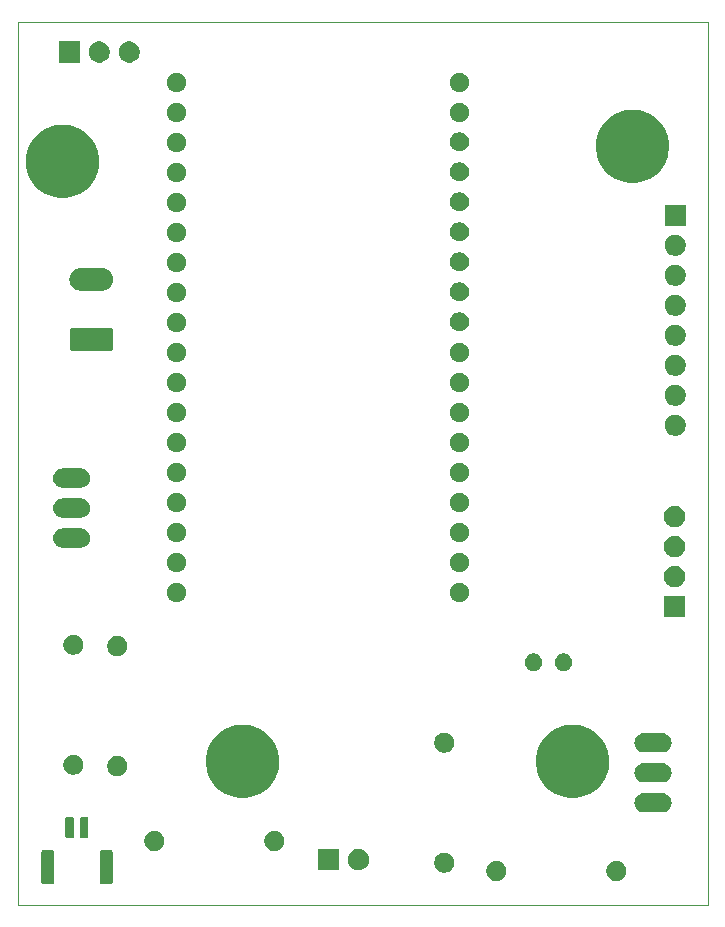
<source format=gbr>
G04 #@! TF.GenerationSoftware,KiCad,Pcbnew,5.1.5+dfsg1-2build2*
G04 #@! TF.CreationDate,2020-10-23T17:48:02-04:00*
G04 #@! TF.ProjectId,placa_manutencao_preventiva,706c6163-615f-46d6-916e-7574656e6361,rev?*
G04 #@! TF.SameCoordinates,Original*
G04 #@! TF.FileFunction,Soldermask,Top*
G04 #@! TF.FilePolarity,Negative*
%FSLAX46Y46*%
G04 Gerber Fmt 4.6, Leading zero omitted, Abs format (unit mm)*
G04 Created by KiCad (PCBNEW 5.1.5+dfsg1-2build2) date 2020-10-23 17:48:02*
%MOMM*%
%LPD*%
G04 APERTURE LIST*
%ADD10C,0.050000*%
%ADD11C,0.100000*%
G04 APERTURE END LIST*
D10*
X77673200Y-14935200D02*
X77673200Y-15290800D01*
X77876400Y-14935200D02*
X77673200Y-14935200D01*
X136093200Y-14935200D02*
X77876400Y-14935200D01*
X136093200Y-89662000D02*
X136093200Y-14935200D01*
X77673200Y-89662000D02*
X136093200Y-89662000D01*
X77673200Y-15290800D02*
X77673200Y-89662000D01*
D11*
G36*
X85556834Y-85043686D02*
G01*
X85596684Y-85055774D01*
X85633399Y-85075399D01*
X85665586Y-85101814D01*
X85692001Y-85134001D01*
X85711626Y-85170716D01*
X85723714Y-85210566D01*
X85728400Y-85258141D01*
X85728400Y-87721859D01*
X85723714Y-87769434D01*
X85711626Y-87809284D01*
X85692001Y-87845999D01*
X85665586Y-87878186D01*
X85633399Y-87904601D01*
X85596684Y-87924226D01*
X85556834Y-87936314D01*
X85509259Y-87941000D01*
X84845541Y-87941000D01*
X84797966Y-87936314D01*
X84758116Y-87924226D01*
X84721401Y-87904601D01*
X84689214Y-87878186D01*
X84662799Y-87845999D01*
X84643174Y-87809284D01*
X84631086Y-87769434D01*
X84626400Y-87721859D01*
X84626400Y-85258141D01*
X84631086Y-85210566D01*
X84643174Y-85170716D01*
X84662799Y-85134001D01*
X84689214Y-85101814D01*
X84721401Y-85075399D01*
X84758116Y-85055774D01*
X84797966Y-85043686D01*
X84845541Y-85039000D01*
X85509259Y-85039000D01*
X85556834Y-85043686D01*
G37*
G36*
X80606834Y-85043686D02*
G01*
X80646684Y-85055774D01*
X80683399Y-85075399D01*
X80715586Y-85101814D01*
X80742001Y-85134001D01*
X80761626Y-85170716D01*
X80773714Y-85210566D01*
X80778400Y-85258141D01*
X80778400Y-87721859D01*
X80773714Y-87769434D01*
X80761626Y-87809284D01*
X80742001Y-87845999D01*
X80715586Y-87878186D01*
X80683399Y-87904601D01*
X80646684Y-87924226D01*
X80606834Y-87936314D01*
X80559259Y-87941000D01*
X79895541Y-87941000D01*
X79847966Y-87936314D01*
X79808116Y-87924226D01*
X79771401Y-87904601D01*
X79739214Y-87878186D01*
X79712799Y-87845999D01*
X79693174Y-87809284D01*
X79681086Y-87769434D01*
X79676400Y-87721859D01*
X79676400Y-85258141D01*
X79681086Y-85210566D01*
X79693174Y-85170716D01*
X79712799Y-85134001D01*
X79739214Y-85101814D01*
X79771401Y-85075399D01*
X79808116Y-85055774D01*
X79847966Y-85043686D01*
X79895541Y-85039000D01*
X80559259Y-85039000D01*
X80606834Y-85043686D01*
G37*
G36*
X118459828Y-85998903D02*
G01*
X118614700Y-86063053D01*
X118754081Y-86156185D01*
X118872615Y-86274719D01*
X118965747Y-86414100D01*
X119029897Y-86568972D01*
X119062600Y-86733384D01*
X119062600Y-86901016D01*
X119029897Y-87065428D01*
X118965747Y-87220300D01*
X118872615Y-87359681D01*
X118754081Y-87478215D01*
X118614700Y-87571347D01*
X118459828Y-87635497D01*
X118295416Y-87668200D01*
X118127784Y-87668200D01*
X117963372Y-87635497D01*
X117808500Y-87571347D01*
X117669119Y-87478215D01*
X117550585Y-87359681D01*
X117457453Y-87220300D01*
X117393303Y-87065428D01*
X117360600Y-86901016D01*
X117360600Y-86733384D01*
X117393303Y-86568972D01*
X117457453Y-86414100D01*
X117550585Y-86274719D01*
X117669119Y-86156185D01*
X117808500Y-86063053D01*
X117963372Y-85998903D01*
X118127784Y-85966200D01*
X118295416Y-85966200D01*
X118459828Y-85998903D01*
G37*
G36*
X128619828Y-85998903D02*
G01*
X128774700Y-86063053D01*
X128914081Y-86156185D01*
X129032615Y-86274719D01*
X129125747Y-86414100D01*
X129189897Y-86568972D01*
X129222600Y-86733384D01*
X129222600Y-86901016D01*
X129189897Y-87065428D01*
X129125747Y-87220300D01*
X129032615Y-87359681D01*
X128914081Y-87478215D01*
X128774700Y-87571347D01*
X128619828Y-87635497D01*
X128455416Y-87668200D01*
X128287784Y-87668200D01*
X128123372Y-87635497D01*
X127968500Y-87571347D01*
X127829119Y-87478215D01*
X127710585Y-87359681D01*
X127617453Y-87220300D01*
X127553303Y-87065428D01*
X127520600Y-86901016D01*
X127520600Y-86733384D01*
X127553303Y-86568972D01*
X127617453Y-86414100D01*
X127710585Y-86274719D01*
X127829119Y-86156185D01*
X127968500Y-86063053D01*
X128123372Y-85998903D01*
X128287784Y-85966200D01*
X128455416Y-85966200D01*
X128619828Y-85998903D01*
G37*
G36*
X114040228Y-85287703D02*
G01*
X114195100Y-85351853D01*
X114334481Y-85444985D01*
X114453015Y-85563519D01*
X114546147Y-85702900D01*
X114610297Y-85857772D01*
X114643000Y-86022184D01*
X114643000Y-86189816D01*
X114610297Y-86354228D01*
X114546147Y-86509100D01*
X114453015Y-86648481D01*
X114334481Y-86767015D01*
X114195100Y-86860147D01*
X114040228Y-86924297D01*
X113875816Y-86957000D01*
X113708184Y-86957000D01*
X113543772Y-86924297D01*
X113388900Y-86860147D01*
X113249519Y-86767015D01*
X113130985Y-86648481D01*
X113037853Y-86509100D01*
X112973703Y-86354228D01*
X112941000Y-86189816D01*
X112941000Y-86022184D01*
X112973703Y-85857772D01*
X113037853Y-85702900D01*
X113130985Y-85563519D01*
X113249519Y-85444985D01*
X113388900Y-85351853D01*
X113543772Y-85287703D01*
X113708184Y-85255000D01*
X113875816Y-85255000D01*
X114040228Y-85287703D01*
G37*
G36*
X106641112Y-84955927D02*
G01*
X106790412Y-84985624D01*
X106954384Y-85053544D01*
X107101954Y-85152147D01*
X107227453Y-85277646D01*
X107326056Y-85425216D01*
X107393976Y-85589188D01*
X107428600Y-85763259D01*
X107428600Y-85940741D01*
X107393976Y-86114812D01*
X107326056Y-86278784D01*
X107227453Y-86426354D01*
X107101954Y-86551853D01*
X106954384Y-86650456D01*
X106790412Y-86718376D01*
X106641112Y-86748073D01*
X106616342Y-86753000D01*
X106438858Y-86753000D01*
X106414088Y-86748073D01*
X106264788Y-86718376D01*
X106100816Y-86650456D01*
X105953246Y-86551853D01*
X105827747Y-86426354D01*
X105729144Y-86278784D01*
X105661224Y-86114812D01*
X105626600Y-85940741D01*
X105626600Y-85763259D01*
X105661224Y-85589188D01*
X105729144Y-85425216D01*
X105827747Y-85277646D01*
X105953246Y-85152147D01*
X106100816Y-85053544D01*
X106264788Y-84985624D01*
X106414088Y-84955927D01*
X106438858Y-84951000D01*
X106616342Y-84951000D01*
X106641112Y-84955927D01*
G37*
G36*
X104888600Y-86753000D02*
G01*
X103086600Y-86753000D01*
X103086600Y-84951000D01*
X104888600Y-84951000D01*
X104888600Y-86753000D01*
G37*
G36*
X89503828Y-83458903D02*
G01*
X89658700Y-83523053D01*
X89798081Y-83616185D01*
X89916615Y-83734719D01*
X90009747Y-83874100D01*
X90073897Y-84028972D01*
X90106600Y-84193384D01*
X90106600Y-84361016D01*
X90073897Y-84525428D01*
X90009747Y-84680300D01*
X89916615Y-84819681D01*
X89798081Y-84938215D01*
X89658700Y-85031347D01*
X89503828Y-85095497D01*
X89339416Y-85128200D01*
X89171784Y-85128200D01*
X89007372Y-85095497D01*
X88852500Y-85031347D01*
X88713119Y-84938215D01*
X88594585Y-84819681D01*
X88501453Y-84680300D01*
X88437303Y-84525428D01*
X88404600Y-84361016D01*
X88404600Y-84193384D01*
X88437303Y-84028972D01*
X88501453Y-83874100D01*
X88594585Y-83734719D01*
X88713119Y-83616185D01*
X88852500Y-83523053D01*
X89007372Y-83458903D01*
X89171784Y-83426200D01*
X89339416Y-83426200D01*
X89503828Y-83458903D01*
G37*
G36*
X99663828Y-83458903D02*
G01*
X99818700Y-83523053D01*
X99958081Y-83616185D01*
X100076615Y-83734719D01*
X100169747Y-83874100D01*
X100233897Y-84028972D01*
X100266600Y-84193384D01*
X100266600Y-84361016D01*
X100233897Y-84525428D01*
X100169747Y-84680300D01*
X100076615Y-84819681D01*
X99958081Y-84938215D01*
X99818700Y-85031347D01*
X99663828Y-85095497D01*
X99499416Y-85128200D01*
X99331784Y-85128200D01*
X99167372Y-85095497D01*
X99012500Y-85031347D01*
X98873119Y-84938215D01*
X98754585Y-84819681D01*
X98661453Y-84680300D01*
X98597303Y-84525428D01*
X98564600Y-84361016D01*
X98564600Y-84193384D01*
X98597303Y-84028972D01*
X98661453Y-83874100D01*
X98754585Y-83734719D01*
X98873119Y-83616185D01*
X99012500Y-83523053D01*
X99167372Y-83458903D01*
X99331784Y-83426200D01*
X99499416Y-83426200D01*
X99663828Y-83458903D01*
G37*
G36*
X82337328Y-82241764D02*
G01*
X82358409Y-82248160D01*
X82377845Y-82258548D01*
X82394876Y-82272524D01*
X82408852Y-82289555D01*
X82419240Y-82308991D01*
X82425636Y-82330072D01*
X82428400Y-82358140D01*
X82428400Y-83921860D01*
X82425636Y-83949928D01*
X82419240Y-83971009D01*
X82408852Y-83990445D01*
X82394876Y-84007476D01*
X82377845Y-84021452D01*
X82358409Y-84031840D01*
X82337328Y-84038236D01*
X82309260Y-84041000D01*
X81845540Y-84041000D01*
X81817472Y-84038236D01*
X81796391Y-84031840D01*
X81776955Y-84021452D01*
X81759924Y-84007476D01*
X81745948Y-83990445D01*
X81735560Y-83971009D01*
X81729164Y-83949928D01*
X81726400Y-83921860D01*
X81726400Y-82358140D01*
X81729164Y-82330072D01*
X81735560Y-82308991D01*
X81745948Y-82289555D01*
X81759924Y-82272524D01*
X81776955Y-82258548D01*
X81796391Y-82248160D01*
X81817472Y-82241764D01*
X81845540Y-82239000D01*
X82309260Y-82239000D01*
X82337328Y-82241764D01*
G37*
G36*
X83587328Y-82241764D02*
G01*
X83608409Y-82248160D01*
X83627845Y-82258548D01*
X83644876Y-82272524D01*
X83658852Y-82289555D01*
X83669240Y-82308991D01*
X83675636Y-82330072D01*
X83678400Y-82358140D01*
X83678400Y-83921860D01*
X83675636Y-83949928D01*
X83669240Y-83971009D01*
X83658852Y-83990445D01*
X83644876Y-84007476D01*
X83627845Y-84021452D01*
X83608409Y-84031840D01*
X83587328Y-84038236D01*
X83559260Y-84041000D01*
X83095540Y-84041000D01*
X83067472Y-84038236D01*
X83046391Y-84031840D01*
X83026955Y-84021452D01*
X83009924Y-84007476D01*
X82995948Y-83990445D01*
X82985560Y-83971009D01*
X82979164Y-83949928D01*
X82976400Y-83921860D01*
X82976400Y-82358140D01*
X82979164Y-82330072D01*
X82985560Y-82308991D01*
X82995948Y-82289555D01*
X83009924Y-82272524D01*
X83026955Y-82258548D01*
X83046391Y-82248160D01*
X83067472Y-82241764D01*
X83095540Y-82239000D01*
X83559260Y-82239000D01*
X83587328Y-82241764D01*
G37*
G36*
X132312147Y-80216921D02*
G01*
X132391776Y-80224764D01*
X132534257Y-80267985D01*
X132545030Y-80271253D01*
X132686263Y-80346744D01*
X132810059Y-80448341D01*
X132911656Y-80572137D01*
X132987147Y-80713370D01*
X132987148Y-80713373D01*
X133033636Y-80866624D01*
X133049333Y-81026000D01*
X133033636Y-81185376D01*
X132987148Y-81338627D01*
X132987147Y-81338630D01*
X132911656Y-81479863D01*
X132810059Y-81603659D01*
X132686263Y-81705256D01*
X132545030Y-81780747D01*
X132545027Y-81780748D01*
X132391776Y-81827236D01*
X132312147Y-81835079D01*
X132272334Y-81839000D01*
X130668466Y-81839000D01*
X130628653Y-81835079D01*
X130549024Y-81827236D01*
X130395773Y-81780748D01*
X130395770Y-81780747D01*
X130254537Y-81705256D01*
X130130741Y-81603659D01*
X130029144Y-81479863D01*
X129953653Y-81338630D01*
X129953652Y-81338627D01*
X129907164Y-81185376D01*
X129891467Y-81026000D01*
X129907164Y-80866624D01*
X129953652Y-80713373D01*
X129953653Y-80713370D01*
X130029144Y-80572137D01*
X130130741Y-80448341D01*
X130254537Y-80346744D01*
X130395770Y-80271253D01*
X130406543Y-80267985D01*
X130549024Y-80224764D01*
X130628653Y-80216921D01*
X130668466Y-80213000D01*
X132272334Y-80213000D01*
X132312147Y-80216921D01*
G37*
G36*
X125267980Y-74480365D02*
G01*
X125567437Y-74539931D01*
X126131601Y-74773615D01*
X126639335Y-75112872D01*
X127071128Y-75544665D01*
X127410385Y-76052399D01*
X127644069Y-76616563D01*
X127673455Y-76764297D01*
X127763200Y-77215475D01*
X127763200Y-77826125D01*
X127713929Y-78073828D01*
X127644069Y-78425037D01*
X127410385Y-78989201D01*
X127071128Y-79496935D01*
X126639335Y-79928728D01*
X126131601Y-80267985D01*
X125567437Y-80501669D01*
X125267980Y-80561235D01*
X124968525Y-80620800D01*
X124357875Y-80620800D01*
X124058420Y-80561235D01*
X123758963Y-80501669D01*
X123194799Y-80267985D01*
X122687065Y-79928728D01*
X122255272Y-79496935D01*
X121916015Y-78989201D01*
X121682331Y-78425037D01*
X121612471Y-78073828D01*
X121563200Y-77826125D01*
X121563200Y-77215475D01*
X121652945Y-76764297D01*
X121682331Y-76616563D01*
X121916015Y-76052399D01*
X122255272Y-75544665D01*
X122687065Y-75112872D01*
X123194799Y-74773615D01*
X123758963Y-74539931D01*
X124058420Y-74480365D01*
X124357875Y-74420800D01*
X124968525Y-74420800D01*
X125267980Y-74480365D01*
G37*
G36*
X97327980Y-74480365D02*
G01*
X97627437Y-74539931D01*
X98191601Y-74773615D01*
X98699335Y-75112872D01*
X99131128Y-75544665D01*
X99470385Y-76052399D01*
X99704069Y-76616563D01*
X99733455Y-76764297D01*
X99823200Y-77215475D01*
X99823200Y-77826125D01*
X99773929Y-78073828D01*
X99704069Y-78425037D01*
X99470385Y-78989201D01*
X99131128Y-79496935D01*
X98699335Y-79928728D01*
X98191601Y-80267985D01*
X97627437Y-80501669D01*
X97327980Y-80561235D01*
X97028525Y-80620800D01*
X96417875Y-80620800D01*
X96118420Y-80561235D01*
X95818963Y-80501669D01*
X95254799Y-80267985D01*
X94747065Y-79928728D01*
X94315272Y-79496935D01*
X93976015Y-78989201D01*
X93742331Y-78425037D01*
X93672471Y-78073828D01*
X93623200Y-77826125D01*
X93623200Y-77215475D01*
X93712945Y-76764297D01*
X93742331Y-76616563D01*
X93976015Y-76052399D01*
X94315272Y-75544665D01*
X94747065Y-75112872D01*
X95254799Y-74773615D01*
X95818963Y-74539931D01*
X96118420Y-74480365D01*
X96417875Y-74420800D01*
X97028525Y-74420800D01*
X97327980Y-74480365D01*
G37*
G36*
X132312147Y-77676921D02*
G01*
X132391776Y-77684764D01*
X132545027Y-77731252D01*
X132545030Y-77731253D01*
X132686263Y-77806744D01*
X132810059Y-77908341D01*
X132911656Y-78032137D01*
X132987147Y-78173370D01*
X132987148Y-78173373D01*
X133033636Y-78326624D01*
X133049333Y-78486000D01*
X133033636Y-78645376D01*
X132993344Y-78778200D01*
X132987147Y-78798630D01*
X132911656Y-78939863D01*
X132810059Y-79063659D01*
X132686263Y-79165256D01*
X132545030Y-79240747D01*
X132545027Y-79240748D01*
X132391776Y-79287236D01*
X132312147Y-79295079D01*
X132272334Y-79299000D01*
X130668466Y-79299000D01*
X130628653Y-79295079D01*
X130549024Y-79287236D01*
X130395773Y-79240748D01*
X130395770Y-79240747D01*
X130254537Y-79165256D01*
X130130741Y-79063659D01*
X130029144Y-78939863D01*
X129953653Y-78798630D01*
X129947456Y-78778200D01*
X129907164Y-78645376D01*
X129891467Y-78486000D01*
X129907164Y-78326624D01*
X129953652Y-78173373D01*
X129953653Y-78173370D01*
X130029144Y-78032137D01*
X130130741Y-77908341D01*
X130254537Y-77806744D01*
X130395770Y-77731253D01*
X130395773Y-77731252D01*
X130549024Y-77684764D01*
X130628653Y-77676921D01*
X130668466Y-77673000D01*
X132272334Y-77673000D01*
X132312147Y-77676921D01*
G37*
G36*
X86354228Y-77108903D02*
G01*
X86509100Y-77173053D01*
X86648481Y-77266185D01*
X86767015Y-77384719D01*
X86860147Y-77524100D01*
X86924297Y-77678972D01*
X86957000Y-77843384D01*
X86957000Y-78011016D01*
X86924297Y-78175428D01*
X86860147Y-78330300D01*
X86767015Y-78469681D01*
X86648481Y-78588215D01*
X86509100Y-78681347D01*
X86354228Y-78745497D01*
X86189816Y-78778200D01*
X86022184Y-78778200D01*
X85857772Y-78745497D01*
X85702900Y-78681347D01*
X85563519Y-78588215D01*
X85444985Y-78469681D01*
X85351853Y-78330300D01*
X85287703Y-78175428D01*
X85255000Y-78011016D01*
X85255000Y-77843384D01*
X85287703Y-77678972D01*
X85351853Y-77524100D01*
X85444985Y-77384719D01*
X85563519Y-77266185D01*
X85702900Y-77173053D01*
X85857772Y-77108903D01*
X86022184Y-77076200D01*
X86189816Y-77076200D01*
X86354228Y-77108903D01*
G37*
G36*
X82645828Y-77007303D02*
G01*
X82800700Y-77071453D01*
X82940081Y-77164585D01*
X83058615Y-77283119D01*
X83151747Y-77422500D01*
X83215897Y-77577372D01*
X83248600Y-77741784D01*
X83248600Y-77909416D01*
X83215897Y-78073828D01*
X83151747Y-78228700D01*
X83058615Y-78368081D01*
X82940081Y-78486615D01*
X82800700Y-78579747D01*
X82645828Y-78643897D01*
X82481416Y-78676600D01*
X82313784Y-78676600D01*
X82149372Y-78643897D01*
X81994500Y-78579747D01*
X81855119Y-78486615D01*
X81736585Y-78368081D01*
X81643453Y-78228700D01*
X81579303Y-78073828D01*
X81546600Y-77909416D01*
X81546600Y-77741784D01*
X81579303Y-77577372D01*
X81643453Y-77422500D01*
X81736585Y-77283119D01*
X81855119Y-77164585D01*
X81994500Y-77071453D01*
X82149372Y-77007303D01*
X82313784Y-76974600D01*
X82481416Y-76974600D01*
X82645828Y-77007303D01*
G37*
G36*
X114040228Y-75127703D02*
G01*
X114195100Y-75191853D01*
X114334481Y-75284985D01*
X114453015Y-75403519D01*
X114546147Y-75542900D01*
X114610297Y-75697772D01*
X114643000Y-75862184D01*
X114643000Y-76029816D01*
X114610297Y-76194228D01*
X114546147Y-76349100D01*
X114453015Y-76488481D01*
X114334481Y-76607015D01*
X114195100Y-76700147D01*
X114040228Y-76764297D01*
X113875816Y-76797000D01*
X113708184Y-76797000D01*
X113543772Y-76764297D01*
X113388900Y-76700147D01*
X113249519Y-76607015D01*
X113130985Y-76488481D01*
X113037853Y-76349100D01*
X112973703Y-76194228D01*
X112941000Y-76029816D01*
X112941000Y-75862184D01*
X112973703Y-75697772D01*
X113037853Y-75542900D01*
X113130985Y-75403519D01*
X113249519Y-75284985D01*
X113388900Y-75191853D01*
X113543772Y-75127703D01*
X113708184Y-75095000D01*
X113875816Y-75095000D01*
X114040228Y-75127703D01*
G37*
G36*
X132312147Y-75136921D02*
G01*
X132391776Y-75144764D01*
X132545027Y-75191252D01*
X132545030Y-75191253D01*
X132686263Y-75266744D01*
X132810059Y-75368341D01*
X132911656Y-75492137D01*
X132987147Y-75633370D01*
X132987148Y-75633373D01*
X133033636Y-75786624D01*
X133049333Y-75946000D01*
X133033636Y-76105376D01*
X133006683Y-76194228D01*
X132987147Y-76258630D01*
X132911656Y-76399863D01*
X132810059Y-76523659D01*
X132686263Y-76625256D01*
X132545030Y-76700747D01*
X132545027Y-76700748D01*
X132391776Y-76747236D01*
X132312147Y-76755079D01*
X132272334Y-76759000D01*
X130668466Y-76759000D01*
X130628653Y-76755079D01*
X130549024Y-76747236D01*
X130395773Y-76700748D01*
X130395770Y-76700747D01*
X130254537Y-76625256D01*
X130130741Y-76523659D01*
X130029144Y-76399863D01*
X129953653Y-76258630D01*
X129934117Y-76194228D01*
X129907164Y-76105376D01*
X129891467Y-75946000D01*
X129907164Y-75786624D01*
X129953652Y-75633373D01*
X129953653Y-75633370D01*
X130029144Y-75492137D01*
X130130741Y-75368341D01*
X130254537Y-75266744D01*
X130395770Y-75191253D01*
X130395773Y-75191252D01*
X130549024Y-75144764D01*
X130628653Y-75136921D01*
X130668466Y-75133000D01*
X132272334Y-75133000D01*
X132312147Y-75136921D01*
G37*
G36*
X124120259Y-68416660D02*
G01*
X124256932Y-68473272D01*
X124379935Y-68555460D01*
X124484540Y-68660065D01*
X124566728Y-68783068D01*
X124623340Y-68919741D01*
X124652200Y-69064833D01*
X124652200Y-69212767D01*
X124623340Y-69357859D01*
X124566728Y-69494532D01*
X124484540Y-69617535D01*
X124379935Y-69722140D01*
X124256932Y-69804328D01*
X124256931Y-69804329D01*
X124256930Y-69804329D01*
X124120259Y-69860940D01*
X123975168Y-69889800D01*
X123827232Y-69889800D01*
X123682141Y-69860940D01*
X123545470Y-69804329D01*
X123545469Y-69804329D01*
X123545468Y-69804328D01*
X123422465Y-69722140D01*
X123317860Y-69617535D01*
X123235672Y-69494532D01*
X123179060Y-69357859D01*
X123150200Y-69212767D01*
X123150200Y-69064833D01*
X123179060Y-68919741D01*
X123235672Y-68783068D01*
X123317860Y-68660065D01*
X123422465Y-68555460D01*
X123545468Y-68473272D01*
X123682141Y-68416660D01*
X123827232Y-68387800D01*
X123975168Y-68387800D01*
X124120259Y-68416660D01*
G37*
G36*
X121580259Y-68416660D02*
G01*
X121716932Y-68473272D01*
X121839935Y-68555460D01*
X121944540Y-68660065D01*
X122026728Y-68783068D01*
X122083340Y-68919741D01*
X122112200Y-69064833D01*
X122112200Y-69212767D01*
X122083340Y-69357859D01*
X122026728Y-69494532D01*
X121944540Y-69617535D01*
X121839935Y-69722140D01*
X121716932Y-69804328D01*
X121716931Y-69804329D01*
X121716930Y-69804329D01*
X121580259Y-69860940D01*
X121435168Y-69889800D01*
X121287232Y-69889800D01*
X121142141Y-69860940D01*
X121005470Y-69804329D01*
X121005469Y-69804329D01*
X121005468Y-69804328D01*
X120882465Y-69722140D01*
X120777860Y-69617535D01*
X120695672Y-69494532D01*
X120639060Y-69357859D01*
X120610200Y-69212767D01*
X120610200Y-69064833D01*
X120639060Y-68919741D01*
X120695672Y-68783068D01*
X120777860Y-68660065D01*
X120882465Y-68555460D01*
X121005468Y-68473272D01*
X121142141Y-68416660D01*
X121287232Y-68387800D01*
X121435168Y-68387800D01*
X121580259Y-68416660D01*
G37*
G36*
X86354228Y-66948903D02*
G01*
X86509100Y-67013053D01*
X86648481Y-67106185D01*
X86767015Y-67224719D01*
X86860147Y-67364100D01*
X86924297Y-67518972D01*
X86957000Y-67683384D01*
X86957000Y-67851016D01*
X86924297Y-68015428D01*
X86860147Y-68170300D01*
X86767015Y-68309681D01*
X86648481Y-68428215D01*
X86509100Y-68521347D01*
X86354228Y-68585497D01*
X86189816Y-68618200D01*
X86022184Y-68618200D01*
X85857772Y-68585497D01*
X85702900Y-68521347D01*
X85563519Y-68428215D01*
X85444985Y-68309681D01*
X85351853Y-68170300D01*
X85287703Y-68015428D01*
X85255000Y-67851016D01*
X85255000Y-67683384D01*
X85287703Y-67518972D01*
X85351853Y-67364100D01*
X85444985Y-67224719D01*
X85563519Y-67106185D01*
X85702900Y-67013053D01*
X85857772Y-66948903D01*
X86022184Y-66916200D01*
X86189816Y-66916200D01*
X86354228Y-66948903D01*
G37*
G36*
X82645828Y-66847303D02*
G01*
X82800700Y-66911453D01*
X82940081Y-67004585D01*
X83058615Y-67123119D01*
X83151747Y-67262500D01*
X83215897Y-67417372D01*
X83248600Y-67581784D01*
X83248600Y-67749416D01*
X83215897Y-67913828D01*
X83151747Y-68068700D01*
X83058615Y-68208081D01*
X82940081Y-68326615D01*
X82800700Y-68419747D01*
X82645828Y-68483897D01*
X82481416Y-68516600D01*
X82313784Y-68516600D01*
X82149372Y-68483897D01*
X81994500Y-68419747D01*
X81855119Y-68326615D01*
X81736585Y-68208081D01*
X81643453Y-68068700D01*
X81579303Y-67913828D01*
X81546600Y-67749416D01*
X81546600Y-67581784D01*
X81579303Y-67417372D01*
X81643453Y-67262500D01*
X81736585Y-67123119D01*
X81855119Y-67004585D01*
X81994500Y-66911453D01*
X82149372Y-66847303D01*
X82313784Y-66814600D01*
X82481416Y-66814600D01*
X82645828Y-66847303D01*
G37*
G36*
X134200200Y-65315400D02*
G01*
X132398200Y-65315400D01*
X132398200Y-63513400D01*
X134200200Y-63513400D01*
X134200200Y-65315400D01*
G37*
G36*
X115311842Y-62464242D02*
G01*
X115459801Y-62525529D01*
X115592955Y-62614499D01*
X115706201Y-62727745D01*
X115795171Y-62860899D01*
X115856458Y-63008858D01*
X115887700Y-63165925D01*
X115887700Y-63326075D01*
X115856458Y-63483142D01*
X115795171Y-63631101D01*
X115706201Y-63764255D01*
X115592955Y-63877501D01*
X115459801Y-63966471D01*
X115311842Y-64027758D01*
X115154775Y-64059000D01*
X114994625Y-64059000D01*
X114837558Y-64027758D01*
X114689599Y-63966471D01*
X114556445Y-63877501D01*
X114443199Y-63764255D01*
X114354229Y-63631101D01*
X114292942Y-63483142D01*
X114261700Y-63326075D01*
X114261700Y-63165925D01*
X114292942Y-63008858D01*
X114354229Y-62860899D01*
X114443199Y-62727745D01*
X114556445Y-62614499D01*
X114689599Y-62525529D01*
X114837558Y-62464242D01*
X114994625Y-62433000D01*
X115154775Y-62433000D01*
X115311842Y-62464242D01*
G37*
G36*
X91372342Y-62464242D02*
G01*
X91520301Y-62525529D01*
X91653455Y-62614499D01*
X91766701Y-62727745D01*
X91855671Y-62860899D01*
X91916958Y-63008858D01*
X91948200Y-63165925D01*
X91948200Y-63326075D01*
X91916958Y-63483142D01*
X91855671Y-63631101D01*
X91766701Y-63764255D01*
X91653455Y-63877501D01*
X91520301Y-63966471D01*
X91372342Y-64027758D01*
X91215275Y-64059000D01*
X91055125Y-64059000D01*
X90898058Y-64027758D01*
X90750099Y-63966471D01*
X90616945Y-63877501D01*
X90503699Y-63764255D01*
X90414729Y-63631101D01*
X90353442Y-63483142D01*
X90322200Y-63326075D01*
X90322200Y-63165925D01*
X90353442Y-63008858D01*
X90414729Y-62860899D01*
X90503699Y-62727745D01*
X90616945Y-62614499D01*
X90750099Y-62525529D01*
X90898058Y-62464242D01*
X91055125Y-62433000D01*
X91215275Y-62433000D01*
X91372342Y-62464242D01*
G37*
G36*
X133412712Y-60978327D02*
G01*
X133562012Y-61008024D01*
X133725984Y-61075944D01*
X133873554Y-61174547D01*
X133999053Y-61300046D01*
X134097656Y-61447616D01*
X134165576Y-61611588D01*
X134200200Y-61785659D01*
X134200200Y-61963141D01*
X134165576Y-62137212D01*
X134097656Y-62301184D01*
X133999053Y-62448754D01*
X133873554Y-62574253D01*
X133725984Y-62672856D01*
X133562012Y-62740776D01*
X133412712Y-62770473D01*
X133387942Y-62775400D01*
X133210458Y-62775400D01*
X133185688Y-62770473D01*
X133036388Y-62740776D01*
X132872416Y-62672856D01*
X132724846Y-62574253D01*
X132599347Y-62448754D01*
X132500744Y-62301184D01*
X132432824Y-62137212D01*
X132398200Y-61963141D01*
X132398200Y-61785659D01*
X132432824Y-61611588D01*
X132500744Y-61447616D01*
X132599347Y-61300046D01*
X132724846Y-61174547D01*
X132872416Y-61075944D01*
X133036388Y-61008024D01*
X133185688Y-60978327D01*
X133210458Y-60973400D01*
X133387942Y-60973400D01*
X133412712Y-60978327D01*
G37*
G36*
X115311842Y-59924242D02*
G01*
X115459801Y-59985529D01*
X115592955Y-60074499D01*
X115706201Y-60187745D01*
X115795171Y-60320899D01*
X115856458Y-60468858D01*
X115887700Y-60625925D01*
X115887700Y-60786075D01*
X115856458Y-60943142D01*
X115795171Y-61091101D01*
X115706201Y-61224255D01*
X115592955Y-61337501D01*
X115459801Y-61426471D01*
X115311842Y-61487758D01*
X115154775Y-61519000D01*
X114994625Y-61519000D01*
X114837558Y-61487758D01*
X114689599Y-61426471D01*
X114556445Y-61337501D01*
X114443199Y-61224255D01*
X114354229Y-61091101D01*
X114292942Y-60943142D01*
X114261700Y-60786075D01*
X114261700Y-60625925D01*
X114292942Y-60468858D01*
X114354229Y-60320899D01*
X114443199Y-60187745D01*
X114556445Y-60074499D01*
X114689599Y-59985529D01*
X114837558Y-59924242D01*
X114994625Y-59893000D01*
X115154775Y-59893000D01*
X115311842Y-59924242D01*
G37*
G36*
X91372342Y-59924242D02*
G01*
X91520301Y-59985529D01*
X91653455Y-60074499D01*
X91766701Y-60187745D01*
X91855671Y-60320899D01*
X91916958Y-60468858D01*
X91948200Y-60625925D01*
X91948200Y-60786075D01*
X91916958Y-60943142D01*
X91855671Y-61091101D01*
X91766701Y-61224255D01*
X91653455Y-61337501D01*
X91520301Y-61426471D01*
X91372342Y-61487758D01*
X91215275Y-61519000D01*
X91055125Y-61519000D01*
X90898058Y-61487758D01*
X90750099Y-61426471D01*
X90616945Y-61337501D01*
X90503699Y-61224255D01*
X90414729Y-61091101D01*
X90353442Y-60943142D01*
X90322200Y-60786075D01*
X90322200Y-60625925D01*
X90353442Y-60468858D01*
X90414729Y-60320899D01*
X90503699Y-60187745D01*
X90616945Y-60074499D01*
X90750099Y-59985529D01*
X90898058Y-59924242D01*
X91055125Y-59893000D01*
X91215275Y-59893000D01*
X91372342Y-59924242D01*
G37*
G36*
X133412712Y-58438327D02*
G01*
X133562012Y-58468024D01*
X133725984Y-58535944D01*
X133873554Y-58634547D01*
X133999053Y-58760046D01*
X134097656Y-58907616D01*
X134165576Y-59071588D01*
X134191289Y-59200859D01*
X134200200Y-59245658D01*
X134200200Y-59423142D01*
X134195273Y-59447912D01*
X134165576Y-59597212D01*
X134097656Y-59761184D01*
X133999053Y-59908754D01*
X133873554Y-60034253D01*
X133725984Y-60132856D01*
X133562012Y-60200776D01*
X133412712Y-60230473D01*
X133387942Y-60235400D01*
X133210458Y-60235400D01*
X133185688Y-60230473D01*
X133036388Y-60200776D01*
X132872416Y-60132856D01*
X132724846Y-60034253D01*
X132599347Y-59908754D01*
X132500744Y-59761184D01*
X132432824Y-59597212D01*
X132403127Y-59447912D01*
X132398200Y-59423142D01*
X132398200Y-59245658D01*
X132407111Y-59200859D01*
X132432824Y-59071588D01*
X132500744Y-58907616D01*
X132599347Y-58760046D01*
X132724846Y-58634547D01*
X132872416Y-58535944D01*
X133036388Y-58468024D01*
X133185688Y-58438327D01*
X133210458Y-58433400D01*
X133387942Y-58433400D01*
X133412712Y-58438327D01*
G37*
G36*
X83086947Y-57814121D02*
G01*
X83166576Y-57821964D01*
X83319827Y-57868452D01*
X83319830Y-57868453D01*
X83461063Y-57943944D01*
X83584859Y-58045541D01*
X83686456Y-58169337D01*
X83761947Y-58310570D01*
X83761948Y-58310573D01*
X83808436Y-58463824D01*
X83824133Y-58623200D01*
X83808436Y-58782576D01*
X83770505Y-58907618D01*
X83761947Y-58935830D01*
X83686456Y-59077063D01*
X83584859Y-59200859D01*
X83461063Y-59302456D01*
X83319830Y-59377947D01*
X83319827Y-59377948D01*
X83166576Y-59424436D01*
X83086947Y-59432279D01*
X83047134Y-59436200D01*
X81443266Y-59436200D01*
X81403453Y-59432279D01*
X81323824Y-59424436D01*
X81170573Y-59377948D01*
X81170570Y-59377947D01*
X81029337Y-59302456D01*
X80905541Y-59200859D01*
X80803944Y-59077063D01*
X80728453Y-58935830D01*
X80719895Y-58907618D01*
X80681964Y-58782576D01*
X80666267Y-58623200D01*
X80681964Y-58463824D01*
X80728452Y-58310573D01*
X80728453Y-58310570D01*
X80803944Y-58169337D01*
X80905541Y-58045541D01*
X81029337Y-57943944D01*
X81170570Y-57868453D01*
X81170573Y-57868452D01*
X81323824Y-57821964D01*
X81403453Y-57814121D01*
X81443266Y-57810200D01*
X83047134Y-57810200D01*
X83086947Y-57814121D01*
G37*
G36*
X115311842Y-57384242D02*
G01*
X115459801Y-57445529D01*
X115592955Y-57534499D01*
X115706201Y-57647745D01*
X115795171Y-57780899D01*
X115856458Y-57928858D01*
X115887700Y-58085925D01*
X115887700Y-58246075D01*
X115856458Y-58403142D01*
X115795171Y-58551101D01*
X115706201Y-58684255D01*
X115592955Y-58797501D01*
X115459801Y-58886471D01*
X115311842Y-58947758D01*
X115154775Y-58979000D01*
X114994625Y-58979000D01*
X114837558Y-58947758D01*
X114689599Y-58886471D01*
X114556445Y-58797501D01*
X114443199Y-58684255D01*
X114354229Y-58551101D01*
X114292942Y-58403142D01*
X114261700Y-58246075D01*
X114261700Y-58085925D01*
X114292942Y-57928858D01*
X114354229Y-57780899D01*
X114443199Y-57647745D01*
X114556445Y-57534499D01*
X114689599Y-57445529D01*
X114837558Y-57384242D01*
X114994625Y-57353000D01*
X115154775Y-57353000D01*
X115311842Y-57384242D01*
G37*
G36*
X91372342Y-57384242D02*
G01*
X91520301Y-57445529D01*
X91653455Y-57534499D01*
X91766701Y-57647745D01*
X91855671Y-57780899D01*
X91916958Y-57928858D01*
X91948200Y-58085925D01*
X91948200Y-58246075D01*
X91916958Y-58403142D01*
X91855671Y-58551101D01*
X91766701Y-58684255D01*
X91653455Y-58797501D01*
X91520301Y-58886471D01*
X91372342Y-58947758D01*
X91215275Y-58979000D01*
X91055125Y-58979000D01*
X90898058Y-58947758D01*
X90750099Y-58886471D01*
X90616945Y-58797501D01*
X90503699Y-58684255D01*
X90414729Y-58551101D01*
X90353442Y-58403142D01*
X90322200Y-58246075D01*
X90322200Y-58085925D01*
X90353442Y-57928858D01*
X90414729Y-57780899D01*
X90503699Y-57647745D01*
X90616945Y-57534499D01*
X90750099Y-57445529D01*
X90898058Y-57384242D01*
X91055125Y-57353000D01*
X91215275Y-57353000D01*
X91372342Y-57384242D01*
G37*
G36*
X133412712Y-55898327D02*
G01*
X133562012Y-55928024D01*
X133725984Y-55995944D01*
X133873554Y-56094547D01*
X133999053Y-56220046D01*
X134097656Y-56367616D01*
X134165576Y-56531588D01*
X134191289Y-56660859D01*
X134200200Y-56705658D01*
X134200200Y-56883142D01*
X134195273Y-56907912D01*
X134165576Y-57057212D01*
X134097656Y-57221184D01*
X133999053Y-57368754D01*
X133873554Y-57494253D01*
X133725984Y-57592856D01*
X133562012Y-57660776D01*
X133412712Y-57690473D01*
X133387942Y-57695400D01*
X133210458Y-57695400D01*
X133185688Y-57690473D01*
X133036388Y-57660776D01*
X132872416Y-57592856D01*
X132724846Y-57494253D01*
X132599347Y-57368754D01*
X132500744Y-57221184D01*
X132432824Y-57057212D01*
X132403127Y-56907912D01*
X132398200Y-56883142D01*
X132398200Y-56705658D01*
X132407111Y-56660859D01*
X132432824Y-56531588D01*
X132500744Y-56367616D01*
X132599347Y-56220046D01*
X132724846Y-56094547D01*
X132872416Y-55995944D01*
X133036388Y-55928024D01*
X133185688Y-55898327D01*
X133210458Y-55893400D01*
X133387942Y-55893400D01*
X133412712Y-55898327D01*
G37*
G36*
X83086947Y-55274121D02*
G01*
X83166576Y-55281964D01*
X83319827Y-55328452D01*
X83319830Y-55328453D01*
X83461063Y-55403944D01*
X83584859Y-55505541D01*
X83686456Y-55629337D01*
X83761947Y-55770570D01*
X83761948Y-55770573D01*
X83808436Y-55923824D01*
X83824133Y-56083200D01*
X83808436Y-56242576D01*
X83770505Y-56367618D01*
X83761947Y-56395830D01*
X83686456Y-56537063D01*
X83584859Y-56660859D01*
X83461063Y-56762456D01*
X83319830Y-56837947D01*
X83319827Y-56837948D01*
X83166576Y-56884436D01*
X83086947Y-56892279D01*
X83047134Y-56896200D01*
X81443266Y-56896200D01*
X81403453Y-56892279D01*
X81323824Y-56884436D01*
X81170573Y-56837948D01*
X81170570Y-56837947D01*
X81029337Y-56762456D01*
X80905541Y-56660859D01*
X80803944Y-56537063D01*
X80728453Y-56395830D01*
X80719895Y-56367618D01*
X80681964Y-56242576D01*
X80666267Y-56083200D01*
X80681964Y-55923824D01*
X80728452Y-55770573D01*
X80728453Y-55770570D01*
X80803944Y-55629337D01*
X80905541Y-55505541D01*
X81029337Y-55403944D01*
X81170570Y-55328453D01*
X81170573Y-55328452D01*
X81323824Y-55281964D01*
X81403453Y-55274121D01*
X81443266Y-55270200D01*
X83047134Y-55270200D01*
X83086947Y-55274121D01*
G37*
G36*
X91372342Y-54844242D02*
G01*
X91520301Y-54905529D01*
X91653455Y-54994499D01*
X91766701Y-55107745D01*
X91855671Y-55240899D01*
X91916958Y-55388858D01*
X91948200Y-55545925D01*
X91948200Y-55706075D01*
X91916958Y-55863142D01*
X91855671Y-56011101D01*
X91766701Y-56144255D01*
X91653455Y-56257501D01*
X91520301Y-56346471D01*
X91372342Y-56407758D01*
X91215275Y-56439000D01*
X91055125Y-56439000D01*
X90898058Y-56407758D01*
X90750099Y-56346471D01*
X90616945Y-56257501D01*
X90503699Y-56144255D01*
X90414729Y-56011101D01*
X90353442Y-55863142D01*
X90322200Y-55706075D01*
X90322200Y-55545925D01*
X90353442Y-55388858D01*
X90414729Y-55240899D01*
X90503699Y-55107745D01*
X90616945Y-54994499D01*
X90750099Y-54905529D01*
X90898058Y-54844242D01*
X91055125Y-54813000D01*
X91215275Y-54813000D01*
X91372342Y-54844242D01*
G37*
G36*
X115311842Y-54844242D02*
G01*
X115459801Y-54905529D01*
X115592955Y-54994499D01*
X115706201Y-55107745D01*
X115795171Y-55240899D01*
X115856458Y-55388858D01*
X115887700Y-55545925D01*
X115887700Y-55706075D01*
X115856458Y-55863142D01*
X115795171Y-56011101D01*
X115706201Y-56144255D01*
X115592955Y-56257501D01*
X115459801Y-56346471D01*
X115311842Y-56407758D01*
X115154775Y-56439000D01*
X114994625Y-56439000D01*
X114837558Y-56407758D01*
X114689599Y-56346471D01*
X114556445Y-56257501D01*
X114443199Y-56144255D01*
X114354229Y-56011101D01*
X114292942Y-55863142D01*
X114261700Y-55706075D01*
X114261700Y-55545925D01*
X114292942Y-55388858D01*
X114354229Y-55240899D01*
X114443199Y-55107745D01*
X114556445Y-54994499D01*
X114689599Y-54905529D01*
X114837558Y-54844242D01*
X114994625Y-54813000D01*
X115154775Y-54813000D01*
X115311842Y-54844242D01*
G37*
G36*
X83086947Y-52734121D02*
G01*
X83166576Y-52741964D01*
X83319827Y-52788452D01*
X83319830Y-52788453D01*
X83461063Y-52863944D01*
X83584859Y-52965541D01*
X83686456Y-53089337D01*
X83761947Y-53230570D01*
X83761948Y-53230573D01*
X83808436Y-53383824D01*
X83824133Y-53543200D01*
X83808436Y-53702576D01*
X83776920Y-53806471D01*
X83761947Y-53855830D01*
X83686456Y-53997063D01*
X83584859Y-54120859D01*
X83461063Y-54222456D01*
X83319830Y-54297947D01*
X83319827Y-54297948D01*
X83166576Y-54344436D01*
X83086947Y-54352279D01*
X83047134Y-54356200D01*
X81443266Y-54356200D01*
X81403453Y-54352279D01*
X81323824Y-54344436D01*
X81170573Y-54297948D01*
X81170570Y-54297947D01*
X81029337Y-54222456D01*
X80905541Y-54120859D01*
X80803944Y-53997063D01*
X80728453Y-53855830D01*
X80713480Y-53806471D01*
X80681964Y-53702576D01*
X80666267Y-53543200D01*
X80681964Y-53383824D01*
X80728452Y-53230573D01*
X80728453Y-53230570D01*
X80803944Y-53089337D01*
X80905541Y-52965541D01*
X81029337Y-52863944D01*
X81170570Y-52788453D01*
X81170573Y-52788452D01*
X81323824Y-52741964D01*
X81403453Y-52734121D01*
X81443266Y-52730200D01*
X83047134Y-52730200D01*
X83086947Y-52734121D01*
G37*
G36*
X115311842Y-52304242D02*
G01*
X115459801Y-52365529D01*
X115592955Y-52454499D01*
X115706201Y-52567745D01*
X115795171Y-52700899D01*
X115856458Y-52848858D01*
X115887700Y-53005925D01*
X115887700Y-53166075D01*
X115856458Y-53323142D01*
X115795171Y-53471101D01*
X115706201Y-53604255D01*
X115592955Y-53717501D01*
X115459801Y-53806471D01*
X115311842Y-53867758D01*
X115154775Y-53899000D01*
X114994625Y-53899000D01*
X114837558Y-53867758D01*
X114689599Y-53806471D01*
X114556445Y-53717501D01*
X114443199Y-53604255D01*
X114354229Y-53471101D01*
X114292942Y-53323142D01*
X114261700Y-53166075D01*
X114261700Y-53005925D01*
X114292942Y-52848858D01*
X114354229Y-52700899D01*
X114443199Y-52567745D01*
X114556445Y-52454499D01*
X114689599Y-52365529D01*
X114837558Y-52304242D01*
X114994625Y-52273000D01*
X115154775Y-52273000D01*
X115311842Y-52304242D01*
G37*
G36*
X91372342Y-52304242D02*
G01*
X91520301Y-52365529D01*
X91653455Y-52454499D01*
X91766701Y-52567745D01*
X91855671Y-52700899D01*
X91916958Y-52848858D01*
X91948200Y-53005925D01*
X91948200Y-53166075D01*
X91916958Y-53323142D01*
X91855671Y-53471101D01*
X91766701Y-53604255D01*
X91653455Y-53717501D01*
X91520301Y-53806471D01*
X91372342Y-53867758D01*
X91215275Y-53899000D01*
X91055125Y-53899000D01*
X90898058Y-53867758D01*
X90750099Y-53806471D01*
X90616945Y-53717501D01*
X90503699Y-53604255D01*
X90414729Y-53471101D01*
X90353442Y-53323142D01*
X90322200Y-53166075D01*
X90322200Y-53005925D01*
X90353442Y-52848858D01*
X90414729Y-52700899D01*
X90503699Y-52567745D01*
X90616945Y-52454499D01*
X90750099Y-52365529D01*
X90898058Y-52304242D01*
X91055125Y-52273000D01*
X91215275Y-52273000D01*
X91372342Y-52304242D01*
G37*
G36*
X91372342Y-49764242D02*
G01*
X91520301Y-49825529D01*
X91653455Y-49914499D01*
X91766701Y-50027745D01*
X91855671Y-50160899D01*
X91916958Y-50308858D01*
X91948200Y-50465925D01*
X91948200Y-50626075D01*
X91916958Y-50783142D01*
X91855671Y-50931101D01*
X91766701Y-51064255D01*
X91653455Y-51177501D01*
X91520301Y-51266471D01*
X91372342Y-51327758D01*
X91215275Y-51359000D01*
X91055125Y-51359000D01*
X90898058Y-51327758D01*
X90750099Y-51266471D01*
X90616945Y-51177501D01*
X90503699Y-51064255D01*
X90414729Y-50931101D01*
X90353442Y-50783142D01*
X90322200Y-50626075D01*
X90322200Y-50465925D01*
X90353442Y-50308858D01*
X90414729Y-50160899D01*
X90503699Y-50027745D01*
X90616945Y-49914499D01*
X90750099Y-49825529D01*
X90898058Y-49764242D01*
X91055125Y-49733000D01*
X91215275Y-49733000D01*
X91372342Y-49764242D01*
G37*
G36*
X115311842Y-49764242D02*
G01*
X115459801Y-49825529D01*
X115592955Y-49914499D01*
X115706201Y-50027745D01*
X115795171Y-50160899D01*
X115856458Y-50308858D01*
X115887700Y-50465925D01*
X115887700Y-50626075D01*
X115856458Y-50783142D01*
X115795171Y-50931101D01*
X115706201Y-51064255D01*
X115592955Y-51177501D01*
X115459801Y-51266471D01*
X115311842Y-51327758D01*
X115154775Y-51359000D01*
X114994625Y-51359000D01*
X114837558Y-51327758D01*
X114689599Y-51266471D01*
X114556445Y-51177501D01*
X114443199Y-51064255D01*
X114354229Y-50931101D01*
X114292942Y-50783142D01*
X114261700Y-50626075D01*
X114261700Y-50465925D01*
X114292942Y-50308858D01*
X114354229Y-50160899D01*
X114443199Y-50027745D01*
X114556445Y-49914499D01*
X114689599Y-49825529D01*
X114837558Y-49764242D01*
X114994625Y-49733000D01*
X115154775Y-49733000D01*
X115311842Y-49764242D01*
G37*
G36*
X133463512Y-48176727D02*
G01*
X133612812Y-48206424D01*
X133776784Y-48274344D01*
X133924354Y-48372947D01*
X134049853Y-48498446D01*
X134148456Y-48646016D01*
X134216376Y-48809988D01*
X134251000Y-48984059D01*
X134251000Y-49161541D01*
X134216376Y-49335612D01*
X134148456Y-49499584D01*
X134049853Y-49647154D01*
X133924354Y-49772653D01*
X133776784Y-49871256D01*
X133612812Y-49939176D01*
X133463512Y-49968873D01*
X133438742Y-49973800D01*
X133261258Y-49973800D01*
X133236488Y-49968873D01*
X133087188Y-49939176D01*
X132923216Y-49871256D01*
X132775646Y-49772653D01*
X132650147Y-49647154D01*
X132551544Y-49499584D01*
X132483624Y-49335612D01*
X132449000Y-49161541D01*
X132449000Y-48984059D01*
X132483624Y-48809988D01*
X132551544Y-48646016D01*
X132650147Y-48498446D01*
X132775646Y-48372947D01*
X132923216Y-48274344D01*
X133087188Y-48206424D01*
X133236488Y-48176727D01*
X133261258Y-48171800D01*
X133438742Y-48171800D01*
X133463512Y-48176727D01*
G37*
G36*
X115311842Y-47224242D02*
G01*
X115459801Y-47285529D01*
X115592955Y-47374499D01*
X115706201Y-47487745D01*
X115795171Y-47620899D01*
X115856458Y-47768858D01*
X115887700Y-47925925D01*
X115887700Y-48086075D01*
X115856458Y-48243142D01*
X115795171Y-48391101D01*
X115706201Y-48524255D01*
X115592955Y-48637501D01*
X115459801Y-48726471D01*
X115311842Y-48787758D01*
X115154775Y-48819000D01*
X114994625Y-48819000D01*
X114837558Y-48787758D01*
X114689599Y-48726471D01*
X114556445Y-48637501D01*
X114443199Y-48524255D01*
X114354229Y-48391101D01*
X114292942Y-48243142D01*
X114261700Y-48086075D01*
X114261700Y-47925925D01*
X114292942Y-47768858D01*
X114354229Y-47620899D01*
X114443199Y-47487745D01*
X114556445Y-47374499D01*
X114689599Y-47285529D01*
X114837558Y-47224242D01*
X114994625Y-47193000D01*
X115154775Y-47193000D01*
X115311842Y-47224242D01*
G37*
G36*
X91372342Y-47224242D02*
G01*
X91520301Y-47285529D01*
X91653455Y-47374499D01*
X91766701Y-47487745D01*
X91855671Y-47620899D01*
X91916958Y-47768858D01*
X91948200Y-47925925D01*
X91948200Y-48086075D01*
X91916958Y-48243142D01*
X91855671Y-48391101D01*
X91766701Y-48524255D01*
X91653455Y-48637501D01*
X91520301Y-48726471D01*
X91372342Y-48787758D01*
X91215275Y-48819000D01*
X91055125Y-48819000D01*
X90898058Y-48787758D01*
X90750099Y-48726471D01*
X90616945Y-48637501D01*
X90503699Y-48524255D01*
X90414729Y-48391101D01*
X90353442Y-48243142D01*
X90322200Y-48086075D01*
X90322200Y-47925925D01*
X90353442Y-47768858D01*
X90414729Y-47620899D01*
X90503699Y-47487745D01*
X90616945Y-47374499D01*
X90750099Y-47285529D01*
X90898058Y-47224242D01*
X91055125Y-47193000D01*
X91215275Y-47193000D01*
X91372342Y-47224242D01*
G37*
G36*
X133463512Y-45636727D02*
G01*
X133612812Y-45666424D01*
X133776784Y-45734344D01*
X133924354Y-45832947D01*
X134049853Y-45958446D01*
X134148456Y-46106016D01*
X134216376Y-46269988D01*
X134251000Y-46444059D01*
X134251000Y-46621541D01*
X134216376Y-46795612D01*
X134148456Y-46959584D01*
X134049853Y-47107154D01*
X133924354Y-47232653D01*
X133776784Y-47331256D01*
X133612812Y-47399176D01*
X133463512Y-47428873D01*
X133438742Y-47433800D01*
X133261258Y-47433800D01*
X133236488Y-47428873D01*
X133087188Y-47399176D01*
X132923216Y-47331256D01*
X132775646Y-47232653D01*
X132650147Y-47107154D01*
X132551544Y-46959584D01*
X132483624Y-46795612D01*
X132449000Y-46621541D01*
X132449000Y-46444059D01*
X132483624Y-46269988D01*
X132551544Y-46106016D01*
X132650147Y-45958446D01*
X132775646Y-45832947D01*
X132923216Y-45734344D01*
X133087188Y-45666424D01*
X133236488Y-45636727D01*
X133261258Y-45631800D01*
X133438742Y-45631800D01*
X133463512Y-45636727D01*
G37*
G36*
X115311842Y-44684242D02*
G01*
X115459801Y-44745529D01*
X115592955Y-44834499D01*
X115706201Y-44947745D01*
X115795171Y-45080899D01*
X115856458Y-45228858D01*
X115887700Y-45385925D01*
X115887700Y-45546075D01*
X115856458Y-45703142D01*
X115795171Y-45851101D01*
X115706201Y-45984255D01*
X115592955Y-46097501D01*
X115459801Y-46186471D01*
X115311842Y-46247758D01*
X115154775Y-46279000D01*
X114994625Y-46279000D01*
X114837558Y-46247758D01*
X114689599Y-46186471D01*
X114556445Y-46097501D01*
X114443199Y-45984255D01*
X114354229Y-45851101D01*
X114292942Y-45703142D01*
X114261700Y-45546075D01*
X114261700Y-45385925D01*
X114292942Y-45228858D01*
X114354229Y-45080899D01*
X114443199Y-44947745D01*
X114556445Y-44834499D01*
X114689599Y-44745529D01*
X114837558Y-44684242D01*
X114994625Y-44653000D01*
X115154775Y-44653000D01*
X115311842Y-44684242D01*
G37*
G36*
X91372342Y-44684242D02*
G01*
X91520301Y-44745529D01*
X91653455Y-44834499D01*
X91766701Y-44947745D01*
X91855671Y-45080899D01*
X91916958Y-45228858D01*
X91948200Y-45385925D01*
X91948200Y-45546075D01*
X91916958Y-45703142D01*
X91855671Y-45851101D01*
X91766701Y-45984255D01*
X91653455Y-46097501D01*
X91520301Y-46186471D01*
X91372342Y-46247758D01*
X91215275Y-46279000D01*
X91055125Y-46279000D01*
X90898058Y-46247758D01*
X90750099Y-46186471D01*
X90616945Y-46097501D01*
X90503699Y-45984255D01*
X90414729Y-45851101D01*
X90353442Y-45703142D01*
X90322200Y-45546075D01*
X90322200Y-45385925D01*
X90353442Y-45228858D01*
X90414729Y-45080899D01*
X90503699Y-44947745D01*
X90616945Y-44834499D01*
X90750099Y-44745529D01*
X90898058Y-44684242D01*
X91055125Y-44653000D01*
X91215275Y-44653000D01*
X91372342Y-44684242D01*
G37*
G36*
X133463512Y-43096727D02*
G01*
X133612812Y-43126424D01*
X133776784Y-43194344D01*
X133924354Y-43292947D01*
X134049853Y-43418446D01*
X134148456Y-43566016D01*
X134216376Y-43729988D01*
X134251000Y-43904059D01*
X134251000Y-44081541D01*
X134216376Y-44255612D01*
X134148456Y-44419584D01*
X134049853Y-44567154D01*
X133924354Y-44692653D01*
X133776784Y-44791256D01*
X133612812Y-44859176D01*
X133463512Y-44888873D01*
X133438742Y-44893800D01*
X133261258Y-44893800D01*
X133236488Y-44888873D01*
X133087188Y-44859176D01*
X132923216Y-44791256D01*
X132775646Y-44692653D01*
X132650147Y-44567154D01*
X132551544Y-44419584D01*
X132483624Y-44255612D01*
X132449000Y-44081541D01*
X132449000Y-43904059D01*
X132483624Y-43729988D01*
X132551544Y-43566016D01*
X132650147Y-43418446D01*
X132775646Y-43292947D01*
X132923216Y-43194344D01*
X133087188Y-43126424D01*
X133236488Y-43096727D01*
X133261258Y-43091800D01*
X133438742Y-43091800D01*
X133463512Y-43096727D01*
G37*
G36*
X115311842Y-42144242D02*
G01*
X115459801Y-42205529D01*
X115592955Y-42294499D01*
X115706201Y-42407745D01*
X115795171Y-42540899D01*
X115856458Y-42688858D01*
X115887700Y-42845925D01*
X115887700Y-43006075D01*
X115856458Y-43163142D01*
X115795171Y-43311101D01*
X115706201Y-43444255D01*
X115592955Y-43557501D01*
X115459801Y-43646471D01*
X115311842Y-43707758D01*
X115154775Y-43739000D01*
X114994625Y-43739000D01*
X114837558Y-43707758D01*
X114689599Y-43646471D01*
X114556445Y-43557501D01*
X114443199Y-43444255D01*
X114354229Y-43311101D01*
X114292942Y-43163142D01*
X114261700Y-43006075D01*
X114261700Y-42845925D01*
X114292942Y-42688858D01*
X114354229Y-42540899D01*
X114443199Y-42407745D01*
X114556445Y-42294499D01*
X114689599Y-42205529D01*
X114837558Y-42144242D01*
X114994625Y-42113000D01*
X115154775Y-42113000D01*
X115311842Y-42144242D01*
G37*
G36*
X91372342Y-42144242D02*
G01*
X91520301Y-42205529D01*
X91653455Y-42294499D01*
X91766701Y-42407745D01*
X91855671Y-42540899D01*
X91916958Y-42688858D01*
X91948200Y-42845925D01*
X91948200Y-43006075D01*
X91916958Y-43163142D01*
X91855671Y-43311101D01*
X91766701Y-43444255D01*
X91653455Y-43557501D01*
X91520301Y-43646471D01*
X91372342Y-43707758D01*
X91215275Y-43739000D01*
X91055125Y-43739000D01*
X90898058Y-43707758D01*
X90750099Y-43646471D01*
X90616945Y-43557501D01*
X90503699Y-43444255D01*
X90414729Y-43311101D01*
X90353442Y-43163142D01*
X90322200Y-43006075D01*
X90322200Y-42845925D01*
X90353442Y-42688858D01*
X90414729Y-42540899D01*
X90503699Y-42407745D01*
X90616945Y-42294499D01*
X90750099Y-42205529D01*
X90898058Y-42144242D01*
X91055125Y-42113000D01*
X91215275Y-42113000D01*
X91372342Y-42144242D01*
G37*
G36*
X85632515Y-40861334D02*
G01*
X85665024Y-40871195D01*
X85694982Y-40887209D01*
X85721241Y-40908759D01*
X85742791Y-40935018D01*
X85758805Y-40964976D01*
X85768666Y-40997485D01*
X85772600Y-41037429D01*
X85772600Y-42579371D01*
X85768666Y-42619315D01*
X85758805Y-42651824D01*
X85742791Y-42681782D01*
X85721241Y-42708041D01*
X85694982Y-42729591D01*
X85665024Y-42745605D01*
X85632515Y-42755466D01*
X85592571Y-42759400D01*
X82250629Y-42759400D01*
X82210685Y-42755466D01*
X82178176Y-42745605D01*
X82148218Y-42729591D01*
X82121959Y-42708041D01*
X82100409Y-42681782D01*
X82084395Y-42651824D01*
X82074534Y-42619315D01*
X82070600Y-42579371D01*
X82070600Y-41037429D01*
X82074534Y-40997485D01*
X82084395Y-40964976D01*
X82100409Y-40935018D01*
X82121959Y-40908759D01*
X82148218Y-40887209D01*
X82178176Y-40871195D01*
X82210685Y-40861334D01*
X82250629Y-40857400D01*
X85592571Y-40857400D01*
X85632515Y-40861334D01*
G37*
G36*
X133463512Y-40556727D02*
G01*
X133612812Y-40586424D01*
X133776784Y-40654344D01*
X133924354Y-40752947D01*
X134049853Y-40878446D01*
X134148456Y-41026016D01*
X134216376Y-41189988D01*
X134251000Y-41364059D01*
X134251000Y-41541541D01*
X134216376Y-41715612D01*
X134148456Y-41879584D01*
X134049853Y-42027154D01*
X133924354Y-42152653D01*
X133776784Y-42251256D01*
X133612812Y-42319176D01*
X133463512Y-42348873D01*
X133438742Y-42353800D01*
X133261258Y-42353800D01*
X133236488Y-42348873D01*
X133087188Y-42319176D01*
X132923216Y-42251256D01*
X132775646Y-42152653D01*
X132650147Y-42027154D01*
X132551544Y-41879584D01*
X132483624Y-41715612D01*
X132449000Y-41541541D01*
X132449000Y-41364059D01*
X132483624Y-41189988D01*
X132551544Y-41026016D01*
X132650147Y-40878446D01*
X132775646Y-40752947D01*
X132923216Y-40654344D01*
X133087188Y-40586424D01*
X133236488Y-40556727D01*
X133261258Y-40551800D01*
X133438742Y-40551800D01*
X133463512Y-40556727D01*
G37*
G36*
X91372342Y-39604242D02*
G01*
X91520301Y-39665529D01*
X91653455Y-39754499D01*
X91766701Y-39867745D01*
X91855671Y-40000899D01*
X91916958Y-40148858D01*
X91948200Y-40305925D01*
X91948200Y-40466075D01*
X91916958Y-40623142D01*
X91855671Y-40771101D01*
X91766701Y-40904255D01*
X91653455Y-41017501D01*
X91520301Y-41106471D01*
X91372342Y-41167758D01*
X91215275Y-41199000D01*
X91055125Y-41199000D01*
X90898058Y-41167758D01*
X90750099Y-41106471D01*
X90616945Y-41017501D01*
X90503699Y-40904255D01*
X90414729Y-40771101D01*
X90353442Y-40623142D01*
X90322200Y-40466075D01*
X90322200Y-40305925D01*
X90353442Y-40148858D01*
X90414729Y-40000899D01*
X90503699Y-39867745D01*
X90616945Y-39754499D01*
X90750099Y-39665529D01*
X90898058Y-39604242D01*
X91055125Y-39573000D01*
X91215275Y-39573000D01*
X91372342Y-39604242D01*
G37*
G36*
X115311842Y-39540742D02*
G01*
X115459801Y-39602029D01*
X115592955Y-39690999D01*
X115706201Y-39804245D01*
X115795171Y-39937399D01*
X115856458Y-40085358D01*
X115887700Y-40242425D01*
X115887700Y-40402575D01*
X115856458Y-40559642D01*
X115795171Y-40707601D01*
X115706201Y-40840755D01*
X115592955Y-40954001D01*
X115459801Y-41042971D01*
X115311842Y-41104258D01*
X115154775Y-41135500D01*
X114994625Y-41135500D01*
X114837558Y-41104258D01*
X114689599Y-41042971D01*
X114556445Y-40954001D01*
X114443199Y-40840755D01*
X114354229Y-40707601D01*
X114292942Y-40559642D01*
X114261700Y-40402575D01*
X114261700Y-40242425D01*
X114292942Y-40085358D01*
X114354229Y-39937399D01*
X114443199Y-39804245D01*
X114556445Y-39690999D01*
X114689599Y-39602029D01*
X114837558Y-39540742D01*
X114994625Y-39509500D01*
X115154775Y-39509500D01*
X115311842Y-39540742D01*
G37*
G36*
X133463512Y-38016727D02*
G01*
X133612812Y-38046424D01*
X133776784Y-38114344D01*
X133924354Y-38212947D01*
X134049853Y-38338446D01*
X134148456Y-38486016D01*
X134216376Y-38649988D01*
X134251000Y-38824059D01*
X134251000Y-39001541D01*
X134216376Y-39175612D01*
X134148456Y-39339584D01*
X134049853Y-39487154D01*
X133924354Y-39612653D01*
X133776784Y-39711256D01*
X133612812Y-39779176D01*
X133486788Y-39804243D01*
X133438742Y-39813800D01*
X133261258Y-39813800D01*
X133213212Y-39804243D01*
X133087188Y-39779176D01*
X132923216Y-39711256D01*
X132775646Y-39612653D01*
X132650147Y-39487154D01*
X132551544Y-39339584D01*
X132483624Y-39175612D01*
X132449000Y-39001541D01*
X132449000Y-38824059D01*
X132483624Y-38649988D01*
X132551544Y-38486016D01*
X132650147Y-38338446D01*
X132775646Y-38212947D01*
X132923216Y-38114344D01*
X133087188Y-38046424D01*
X133236488Y-38016727D01*
X133261258Y-38011800D01*
X133438742Y-38011800D01*
X133463512Y-38016727D01*
G37*
G36*
X91372342Y-37064242D02*
G01*
X91520301Y-37125529D01*
X91653455Y-37214499D01*
X91766701Y-37327745D01*
X91855671Y-37460899D01*
X91916958Y-37608858D01*
X91948200Y-37765925D01*
X91948200Y-37926075D01*
X91916958Y-38083142D01*
X91855671Y-38231101D01*
X91766701Y-38364255D01*
X91653455Y-38477501D01*
X91520301Y-38566471D01*
X91372342Y-38627758D01*
X91215275Y-38659000D01*
X91055125Y-38659000D01*
X90898058Y-38627758D01*
X90750099Y-38566471D01*
X90616945Y-38477501D01*
X90503699Y-38364255D01*
X90414729Y-38231101D01*
X90353442Y-38083142D01*
X90322200Y-37926075D01*
X90322200Y-37765925D01*
X90353442Y-37608858D01*
X90414729Y-37460899D01*
X90503699Y-37327745D01*
X90616945Y-37214499D01*
X90750099Y-37125529D01*
X90898058Y-37064242D01*
X91055125Y-37033000D01*
X91215275Y-37033000D01*
X91372342Y-37064242D01*
G37*
G36*
X115311842Y-37000742D02*
G01*
X115459801Y-37062029D01*
X115592955Y-37150999D01*
X115706201Y-37264245D01*
X115795171Y-37397399D01*
X115856458Y-37545358D01*
X115887700Y-37702425D01*
X115887700Y-37862575D01*
X115856458Y-38019642D01*
X115795171Y-38167601D01*
X115706201Y-38300755D01*
X115592955Y-38414001D01*
X115459801Y-38502971D01*
X115311842Y-38564258D01*
X115154775Y-38595500D01*
X114994625Y-38595500D01*
X114837558Y-38564258D01*
X114689599Y-38502971D01*
X114556445Y-38414001D01*
X114443199Y-38300755D01*
X114354229Y-38167601D01*
X114292942Y-38019642D01*
X114261700Y-37862575D01*
X114261700Y-37702425D01*
X114292942Y-37545358D01*
X114354229Y-37397399D01*
X114443199Y-37264245D01*
X114556445Y-37150999D01*
X114689599Y-37062029D01*
X114837558Y-37000742D01*
X114994625Y-36969500D01*
X115154775Y-36969500D01*
X115311842Y-37000742D01*
G37*
G36*
X85008025Y-35791160D02*
G01*
X85008028Y-35791161D01*
X85008029Y-35791161D01*
X85187293Y-35845540D01*
X85187296Y-35845542D01*
X85187297Y-35845542D01*
X85352503Y-35933846D01*
X85497312Y-36052688D01*
X85616154Y-36197497D01*
X85662422Y-36284059D01*
X85704460Y-36362707D01*
X85734441Y-36461542D01*
X85758840Y-36541975D01*
X85777201Y-36728400D01*
X85758840Y-36914825D01*
X85758839Y-36914828D01*
X85758839Y-36914829D01*
X85704460Y-37094093D01*
X85704458Y-37094096D01*
X85704458Y-37094097D01*
X85616154Y-37259303D01*
X85497312Y-37404112D01*
X85352503Y-37522954D01*
X85191789Y-37608857D01*
X85187293Y-37611260D01*
X85008029Y-37665639D01*
X85008028Y-37665639D01*
X85008025Y-37665640D01*
X84868318Y-37679400D01*
X82974882Y-37679400D01*
X82835175Y-37665640D01*
X82835172Y-37665639D01*
X82835171Y-37665639D01*
X82655907Y-37611260D01*
X82651411Y-37608857D01*
X82490697Y-37522954D01*
X82345888Y-37404112D01*
X82227046Y-37259303D01*
X82138742Y-37094097D01*
X82138742Y-37094096D01*
X82138740Y-37094093D01*
X82084361Y-36914829D01*
X82084361Y-36914828D01*
X82084360Y-36914825D01*
X82065999Y-36728400D01*
X82084360Y-36541975D01*
X82108759Y-36461542D01*
X82138740Y-36362707D01*
X82180778Y-36284059D01*
X82227046Y-36197497D01*
X82345888Y-36052688D01*
X82490697Y-35933846D01*
X82655903Y-35845542D01*
X82655904Y-35845542D01*
X82655907Y-35845540D01*
X82835171Y-35791161D01*
X82835172Y-35791161D01*
X82835175Y-35791160D01*
X82974882Y-35777400D01*
X84868318Y-35777400D01*
X85008025Y-35791160D01*
G37*
G36*
X133463512Y-35476727D02*
G01*
X133612812Y-35506424D01*
X133776784Y-35574344D01*
X133924354Y-35672947D01*
X134049853Y-35798446D01*
X134148456Y-35946016D01*
X134216376Y-36109988D01*
X134251000Y-36284059D01*
X134251000Y-36461541D01*
X134216376Y-36635612D01*
X134148456Y-36799584D01*
X134049853Y-36947154D01*
X133924354Y-37072653D01*
X133776784Y-37171256D01*
X133612812Y-37239176D01*
X133486788Y-37264243D01*
X133438742Y-37273800D01*
X133261258Y-37273800D01*
X133213212Y-37264243D01*
X133087188Y-37239176D01*
X132923216Y-37171256D01*
X132775646Y-37072653D01*
X132650147Y-36947154D01*
X132551544Y-36799584D01*
X132483624Y-36635612D01*
X132449000Y-36461541D01*
X132449000Y-36284059D01*
X132483624Y-36109988D01*
X132551544Y-35946016D01*
X132650147Y-35798446D01*
X132775646Y-35672947D01*
X132923216Y-35574344D01*
X133087188Y-35506424D01*
X133236488Y-35476727D01*
X133261258Y-35471800D01*
X133438742Y-35471800D01*
X133463512Y-35476727D01*
G37*
G36*
X91372342Y-34524242D02*
G01*
X91520301Y-34585529D01*
X91653455Y-34674499D01*
X91766701Y-34787745D01*
X91855671Y-34920899D01*
X91916958Y-35068858D01*
X91948200Y-35225925D01*
X91948200Y-35386075D01*
X91916958Y-35543142D01*
X91855671Y-35691101D01*
X91766701Y-35824255D01*
X91653455Y-35937501D01*
X91520301Y-36026471D01*
X91372342Y-36087758D01*
X91215275Y-36119000D01*
X91055125Y-36119000D01*
X90898058Y-36087758D01*
X90750099Y-36026471D01*
X90616945Y-35937501D01*
X90503699Y-35824255D01*
X90414729Y-35691101D01*
X90353442Y-35543142D01*
X90322200Y-35386075D01*
X90322200Y-35225925D01*
X90353442Y-35068858D01*
X90414729Y-34920899D01*
X90503699Y-34787745D01*
X90616945Y-34674499D01*
X90750099Y-34585529D01*
X90898058Y-34524242D01*
X91055125Y-34493000D01*
X91215275Y-34493000D01*
X91372342Y-34524242D01*
G37*
G36*
X115311842Y-34460742D02*
G01*
X115459801Y-34522029D01*
X115592955Y-34610999D01*
X115706201Y-34724245D01*
X115795171Y-34857399D01*
X115856458Y-35005358D01*
X115887700Y-35162425D01*
X115887700Y-35322575D01*
X115856458Y-35479642D01*
X115795171Y-35627601D01*
X115706201Y-35760755D01*
X115592955Y-35874001D01*
X115459801Y-35962971D01*
X115311842Y-36024258D01*
X115154775Y-36055500D01*
X114994625Y-36055500D01*
X114837558Y-36024258D01*
X114689599Y-35962971D01*
X114556445Y-35874001D01*
X114443199Y-35760755D01*
X114354229Y-35627601D01*
X114292942Y-35479642D01*
X114261700Y-35322575D01*
X114261700Y-35162425D01*
X114292942Y-35005358D01*
X114354229Y-34857399D01*
X114443199Y-34724245D01*
X114556445Y-34610999D01*
X114689599Y-34522029D01*
X114837558Y-34460742D01*
X114994625Y-34429500D01*
X115154775Y-34429500D01*
X115311842Y-34460742D01*
G37*
G36*
X133463512Y-32936727D02*
G01*
X133612812Y-32966424D01*
X133776784Y-33034344D01*
X133924354Y-33132947D01*
X134049853Y-33258446D01*
X134148456Y-33406016D01*
X134216376Y-33569988D01*
X134251000Y-33744059D01*
X134251000Y-33921541D01*
X134216376Y-34095612D01*
X134148456Y-34259584D01*
X134049853Y-34407154D01*
X133924354Y-34532653D01*
X133776784Y-34631256D01*
X133612812Y-34699176D01*
X133486788Y-34724243D01*
X133438742Y-34733800D01*
X133261258Y-34733800D01*
X133213212Y-34724243D01*
X133087188Y-34699176D01*
X132923216Y-34631256D01*
X132775646Y-34532653D01*
X132650147Y-34407154D01*
X132551544Y-34259584D01*
X132483624Y-34095612D01*
X132449000Y-33921541D01*
X132449000Y-33744059D01*
X132483624Y-33569988D01*
X132551544Y-33406016D01*
X132650147Y-33258446D01*
X132775646Y-33132947D01*
X132923216Y-33034344D01*
X133087188Y-32966424D01*
X133236488Y-32936727D01*
X133261258Y-32931800D01*
X133438742Y-32931800D01*
X133463512Y-32936727D01*
G37*
G36*
X91372342Y-31984242D02*
G01*
X91520301Y-32045529D01*
X91653455Y-32134499D01*
X91766701Y-32247745D01*
X91855671Y-32380899D01*
X91916958Y-32528858D01*
X91948200Y-32685925D01*
X91948200Y-32846075D01*
X91916958Y-33003142D01*
X91855671Y-33151101D01*
X91766701Y-33284255D01*
X91653455Y-33397501D01*
X91520301Y-33486471D01*
X91372342Y-33547758D01*
X91215275Y-33579000D01*
X91055125Y-33579000D01*
X90898058Y-33547758D01*
X90750099Y-33486471D01*
X90616945Y-33397501D01*
X90503699Y-33284255D01*
X90414729Y-33151101D01*
X90353442Y-33003142D01*
X90322200Y-32846075D01*
X90322200Y-32685925D01*
X90353442Y-32528858D01*
X90414729Y-32380899D01*
X90503699Y-32247745D01*
X90616945Y-32134499D01*
X90750099Y-32045529D01*
X90898058Y-31984242D01*
X91055125Y-31953000D01*
X91215275Y-31953000D01*
X91372342Y-31984242D01*
G37*
G36*
X115311842Y-31920742D02*
G01*
X115459801Y-31982029D01*
X115592955Y-32070999D01*
X115706201Y-32184245D01*
X115795171Y-32317399D01*
X115856458Y-32465358D01*
X115887700Y-32622425D01*
X115887700Y-32782575D01*
X115856458Y-32939642D01*
X115795171Y-33087601D01*
X115706201Y-33220755D01*
X115592955Y-33334001D01*
X115459801Y-33422971D01*
X115311842Y-33484258D01*
X115154775Y-33515500D01*
X114994625Y-33515500D01*
X114837558Y-33484258D01*
X114689599Y-33422971D01*
X114556445Y-33334001D01*
X114443199Y-33220755D01*
X114354229Y-33087601D01*
X114292942Y-32939642D01*
X114261700Y-32782575D01*
X114261700Y-32622425D01*
X114292942Y-32465358D01*
X114354229Y-32317399D01*
X114443199Y-32184245D01*
X114556445Y-32070999D01*
X114689599Y-31982029D01*
X114837558Y-31920742D01*
X114994625Y-31889500D01*
X115154775Y-31889500D01*
X115311842Y-31920742D01*
G37*
G36*
X134251000Y-32193800D02*
G01*
X132449000Y-32193800D01*
X132449000Y-30391800D01*
X134251000Y-30391800D01*
X134251000Y-32193800D01*
G37*
G36*
X91372342Y-29444242D02*
G01*
X91520301Y-29505529D01*
X91653455Y-29594499D01*
X91766701Y-29707745D01*
X91855671Y-29840899D01*
X91916958Y-29988858D01*
X91948200Y-30145925D01*
X91948200Y-30306075D01*
X91916958Y-30463142D01*
X91855671Y-30611101D01*
X91766701Y-30744255D01*
X91653455Y-30857501D01*
X91520301Y-30946471D01*
X91372342Y-31007758D01*
X91215275Y-31039000D01*
X91055125Y-31039000D01*
X90898058Y-31007758D01*
X90750099Y-30946471D01*
X90616945Y-30857501D01*
X90503699Y-30744255D01*
X90414729Y-30611101D01*
X90353442Y-30463142D01*
X90322200Y-30306075D01*
X90322200Y-30145925D01*
X90353442Y-29988858D01*
X90414729Y-29840899D01*
X90503699Y-29707745D01*
X90616945Y-29594499D01*
X90750099Y-29505529D01*
X90898058Y-29444242D01*
X91055125Y-29413000D01*
X91215275Y-29413000D01*
X91372342Y-29444242D01*
G37*
G36*
X115311842Y-29380742D02*
G01*
X115459801Y-29442029D01*
X115592955Y-29530999D01*
X115706201Y-29644245D01*
X115795171Y-29777399D01*
X115856458Y-29925358D01*
X115887700Y-30082425D01*
X115887700Y-30242575D01*
X115856458Y-30399642D01*
X115795171Y-30547601D01*
X115706201Y-30680755D01*
X115592955Y-30794001D01*
X115459801Y-30882971D01*
X115311842Y-30944258D01*
X115154775Y-30975500D01*
X114994625Y-30975500D01*
X114837558Y-30944258D01*
X114689599Y-30882971D01*
X114556445Y-30794001D01*
X114443199Y-30680755D01*
X114354229Y-30547601D01*
X114292942Y-30399642D01*
X114261700Y-30242575D01*
X114261700Y-30082425D01*
X114292942Y-29925358D01*
X114354229Y-29777399D01*
X114443199Y-29644245D01*
X114556445Y-29530999D01*
X114689599Y-29442029D01*
X114837558Y-29380742D01*
X114994625Y-29349500D01*
X115154775Y-29349500D01*
X115311842Y-29380742D01*
G37*
G36*
X82087980Y-23680365D02*
G01*
X82387437Y-23739931D01*
X82951601Y-23973615D01*
X83459335Y-24312872D01*
X83891128Y-24744665D01*
X84230385Y-25252399D01*
X84464069Y-25816563D01*
X84464069Y-25816565D01*
X84583200Y-26415475D01*
X84583200Y-27026125D01*
X84567661Y-27104243D01*
X84464069Y-27625037D01*
X84230385Y-28189201D01*
X83891128Y-28696935D01*
X83459335Y-29128728D01*
X82951601Y-29467985D01*
X82387437Y-29701669D01*
X82087980Y-29761234D01*
X81788525Y-29820800D01*
X81177875Y-29820800D01*
X80878420Y-29761234D01*
X80578963Y-29701669D01*
X80014799Y-29467985D01*
X79507065Y-29128728D01*
X79075272Y-28696935D01*
X78736015Y-28189201D01*
X78502331Y-27625037D01*
X78398739Y-27104243D01*
X78383200Y-27026125D01*
X78383200Y-26415475D01*
X78502331Y-25816565D01*
X78502331Y-25816563D01*
X78736015Y-25252399D01*
X79075272Y-24744665D01*
X79507065Y-24312872D01*
X80014799Y-23973615D01*
X80578963Y-23739931D01*
X80878420Y-23680366D01*
X81177875Y-23620800D01*
X81788525Y-23620800D01*
X82087980Y-23680365D01*
G37*
G36*
X130347980Y-22410366D02*
G01*
X130647437Y-22469931D01*
X131211601Y-22703615D01*
X131719335Y-23042872D01*
X132151128Y-23474665D01*
X132490385Y-23982399D01*
X132724069Y-24546563D01*
X132740217Y-24627745D01*
X132843200Y-25145475D01*
X132843200Y-25756125D01*
X132783635Y-26055580D01*
X132724069Y-26355037D01*
X132490385Y-26919201D01*
X132151128Y-27426935D01*
X131719335Y-27858728D01*
X131211601Y-28197985D01*
X130647437Y-28431669D01*
X130347980Y-28491235D01*
X130048525Y-28550800D01*
X129437875Y-28550800D01*
X129138420Y-28491235D01*
X128838963Y-28431669D01*
X128274799Y-28197985D01*
X127767065Y-27858728D01*
X127335272Y-27426935D01*
X126996015Y-26919201D01*
X126762331Y-26355037D01*
X126702766Y-26055580D01*
X126643200Y-25756125D01*
X126643200Y-25145475D01*
X126746183Y-24627745D01*
X126762331Y-24546563D01*
X126996015Y-23982399D01*
X127335272Y-23474665D01*
X127767065Y-23042872D01*
X128274799Y-22703615D01*
X128838963Y-22469931D01*
X129138420Y-22410365D01*
X129437875Y-22350800D01*
X130048525Y-22350800D01*
X130347980Y-22410366D01*
G37*
G36*
X91372342Y-26904242D02*
G01*
X91520301Y-26965529D01*
X91653455Y-27054499D01*
X91766701Y-27167745D01*
X91855671Y-27300899D01*
X91916958Y-27448858D01*
X91948200Y-27605925D01*
X91948200Y-27766075D01*
X91916958Y-27923142D01*
X91855671Y-28071101D01*
X91766701Y-28204255D01*
X91653455Y-28317501D01*
X91520301Y-28406471D01*
X91372342Y-28467758D01*
X91215275Y-28499000D01*
X91055125Y-28499000D01*
X90898058Y-28467758D01*
X90750099Y-28406471D01*
X90616945Y-28317501D01*
X90503699Y-28204255D01*
X90414729Y-28071101D01*
X90353442Y-27923142D01*
X90322200Y-27766075D01*
X90322200Y-27605925D01*
X90353442Y-27448858D01*
X90414729Y-27300899D01*
X90503699Y-27167745D01*
X90616945Y-27054499D01*
X90750099Y-26965529D01*
X90898058Y-26904242D01*
X91055125Y-26873000D01*
X91215275Y-26873000D01*
X91372342Y-26904242D01*
G37*
G36*
X115311842Y-26840742D02*
G01*
X115459801Y-26902029D01*
X115592955Y-26990999D01*
X115706201Y-27104245D01*
X115795171Y-27237399D01*
X115856458Y-27385358D01*
X115887700Y-27542425D01*
X115887700Y-27702575D01*
X115856458Y-27859642D01*
X115795171Y-28007601D01*
X115706201Y-28140755D01*
X115592955Y-28254001D01*
X115459801Y-28342971D01*
X115311842Y-28404258D01*
X115154775Y-28435500D01*
X114994625Y-28435500D01*
X114837558Y-28404258D01*
X114689599Y-28342971D01*
X114556445Y-28254001D01*
X114443199Y-28140755D01*
X114354229Y-28007601D01*
X114292942Y-27859642D01*
X114261700Y-27702575D01*
X114261700Y-27542425D01*
X114292942Y-27385358D01*
X114354229Y-27237399D01*
X114443199Y-27104245D01*
X114556445Y-26990999D01*
X114689599Y-26902029D01*
X114837558Y-26840742D01*
X114994625Y-26809500D01*
X115154775Y-26809500D01*
X115311842Y-26840742D01*
G37*
G36*
X91372342Y-24364242D02*
G01*
X91520301Y-24425529D01*
X91653455Y-24514499D01*
X91766701Y-24627745D01*
X91855671Y-24760899D01*
X91916958Y-24908858D01*
X91948200Y-25065925D01*
X91948200Y-25226075D01*
X91916958Y-25383142D01*
X91855671Y-25531101D01*
X91766701Y-25664255D01*
X91653455Y-25777501D01*
X91520301Y-25866471D01*
X91372342Y-25927758D01*
X91215275Y-25959000D01*
X91055125Y-25959000D01*
X90898058Y-25927758D01*
X90750099Y-25866471D01*
X90616945Y-25777501D01*
X90503699Y-25664255D01*
X90414729Y-25531101D01*
X90353442Y-25383142D01*
X90322200Y-25226075D01*
X90322200Y-25065925D01*
X90353442Y-24908858D01*
X90414729Y-24760899D01*
X90503699Y-24627745D01*
X90616945Y-24514499D01*
X90750099Y-24425529D01*
X90898058Y-24364242D01*
X91055125Y-24333000D01*
X91215275Y-24333000D01*
X91372342Y-24364242D01*
G37*
G36*
X115311842Y-24300742D02*
G01*
X115459801Y-24362029D01*
X115592955Y-24450999D01*
X115706201Y-24564245D01*
X115795171Y-24697399D01*
X115856458Y-24845358D01*
X115887700Y-25002425D01*
X115887700Y-25162575D01*
X115856458Y-25319642D01*
X115795171Y-25467601D01*
X115706201Y-25600755D01*
X115592955Y-25714001D01*
X115459801Y-25802971D01*
X115311842Y-25864258D01*
X115154775Y-25895500D01*
X114994625Y-25895500D01*
X114837558Y-25864258D01*
X114689599Y-25802971D01*
X114556445Y-25714001D01*
X114443199Y-25600755D01*
X114354229Y-25467601D01*
X114292942Y-25319642D01*
X114261700Y-25162575D01*
X114261700Y-25002425D01*
X114292942Y-24845358D01*
X114354229Y-24697399D01*
X114443199Y-24564245D01*
X114556445Y-24450999D01*
X114689599Y-24362029D01*
X114837558Y-24300742D01*
X114994625Y-24269500D01*
X115154775Y-24269500D01*
X115311842Y-24300742D01*
G37*
G36*
X115311842Y-21824242D02*
G01*
X115459801Y-21885529D01*
X115592955Y-21974499D01*
X115706201Y-22087745D01*
X115795171Y-22220899D01*
X115856458Y-22368858D01*
X115887700Y-22525925D01*
X115887700Y-22686075D01*
X115856458Y-22843142D01*
X115795171Y-22991101D01*
X115706201Y-23124255D01*
X115592955Y-23237501D01*
X115459801Y-23326471D01*
X115311842Y-23387758D01*
X115154775Y-23419000D01*
X114994625Y-23419000D01*
X114837558Y-23387758D01*
X114689599Y-23326471D01*
X114556445Y-23237501D01*
X114443199Y-23124255D01*
X114354229Y-22991101D01*
X114292942Y-22843142D01*
X114261700Y-22686075D01*
X114261700Y-22525925D01*
X114292942Y-22368858D01*
X114354229Y-22220899D01*
X114443199Y-22087745D01*
X114556445Y-21974499D01*
X114689599Y-21885529D01*
X114837558Y-21824242D01*
X114994625Y-21793000D01*
X115154775Y-21793000D01*
X115311842Y-21824242D01*
G37*
G36*
X91372342Y-21824242D02*
G01*
X91520301Y-21885529D01*
X91653455Y-21974499D01*
X91766701Y-22087745D01*
X91855671Y-22220899D01*
X91916958Y-22368858D01*
X91948200Y-22525925D01*
X91948200Y-22686075D01*
X91916958Y-22843142D01*
X91855671Y-22991101D01*
X91766701Y-23124255D01*
X91653455Y-23237501D01*
X91520301Y-23326471D01*
X91372342Y-23387758D01*
X91215275Y-23419000D01*
X91055125Y-23419000D01*
X90898058Y-23387758D01*
X90750099Y-23326471D01*
X90616945Y-23237501D01*
X90503699Y-23124255D01*
X90414729Y-22991101D01*
X90353442Y-22843142D01*
X90322200Y-22686075D01*
X90322200Y-22525925D01*
X90353442Y-22368858D01*
X90414729Y-22220899D01*
X90503699Y-22087745D01*
X90616945Y-21974499D01*
X90750099Y-21885529D01*
X90898058Y-21824242D01*
X91055125Y-21793000D01*
X91215275Y-21793000D01*
X91372342Y-21824242D01*
G37*
G36*
X91372342Y-19284242D02*
G01*
X91520301Y-19345529D01*
X91653455Y-19434499D01*
X91766701Y-19547745D01*
X91855671Y-19680899D01*
X91916958Y-19828858D01*
X91948200Y-19985925D01*
X91948200Y-20146075D01*
X91916958Y-20303142D01*
X91855671Y-20451101D01*
X91766701Y-20584255D01*
X91653455Y-20697501D01*
X91520301Y-20786471D01*
X91372342Y-20847758D01*
X91215275Y-20879000D01*
X91055125Y-20879000D01*
X90898058Y-20847758D01*
X90750099Y-20786471D01*
X90616945Y-20697501D01*
X90503699Y-20584255D01*
X90414729Y-20451101D01*
X90353442Y-20303142D01*
X90322200Y-20146075D01*
X90322200Y-19985925D01*
X90353442Y-19828858D01*
X90414729Y-19680899D01*
X90503699Y-19547745D01*
X90616945Y-19434499D01*
X90750099Y-19345529D01*
X90898058Y-19284242D01*
X91055125Y-19253000D01*
X91215275Y-19253000D01*
X91372342Y-19284242D01*
G37*
G36*
X115311842Y-19284242D02*
G01*
X115459801Y-19345529D01*
X115592955Y-19434499D01*
X115706201Y-19547745D01*
X115795171Y-19680899D01*
X115856458Y-19828858D01*
X115887700Y-19985925D01*
X115887700Y-20146075D01*
X115856458Y-20303142D01*
X115795171Y-20451101D01*
X115706201Y-20584255D01*
X115592955Y-20697501D01*
X115459801Y-20786471D01*
X115311842Y-20847758D01*
X115154775Y-20879000D01*
X114994625Y-20879000D01*
X114837558Y-20847758D01*
X114689599Y-20786471D01*
X114556445Y-20697501D01*
X114443199Y-20584255D01*
X114354229Y-20451101D01*
X114292942Y-20303142D01*
X114261700Y-20146075D01*
X114261700Y-19985925D01*
X114292942Y-19828858D01*
X114354229Y-19680899D01*
X114443199Y-19547745D01*
X114556445Y-19434499D01*
X114689599Y-19345529D01*
X114837558Y-19284242D01*
X114994625Y-19253000D01*
X115154775Y-19253000D01*
X115311842Y-19284242D01*
G37*
G36*
X87235512Y-16579127D02*
G01*
X87384812Y-16608824D01*
X87548784Y-16676744D01*
X87696354Y-16775347D01*
X87821853Y-16900846D01*
X87920456Y-17048416D01*
X87988376Y-17212388D01*
X88023000Y-17386459D01*
X88023000Y-17563941D01*
X87988376Y-17738012D01*
X87920456Y-17901984D01*
X87821853Y-18049554D01*
X87696354Y-18175053D01*
X87548784Y-18273656D01*
X87384812Y-18341576D01*
X87235512Y-18371273D01*
X87210742Y-18376200D01*
X87033258Y-18376200D01*
X87008488Y-18371273D01*
X86859188Y-18341576D01*
X86695216Y-18273656D01*
X86547646Y-18175053D01*
X86422147Y-18049554D01*
X86323544Y-17901984D01*
X86255624Y-17738012D01*
X86221000Y-17563941D01*
X86221000Y-17386459D01*
X86255624Y-17212388D01*
X86323544Y-17048416D01*
X86422147Y-16900846D01*
X86547646Y-16775347D01*
X86695216Y-16676744D01*
X86859188Y-16608824D01*
X87008488Y-16579127D01*
X87033258Y-16574200D01*
X87210742Y-16574200D01*
X87235512Y-16579127D01*
G37*
G36*
X84695512Y-16579127D02*
G01*
X84844812Y-16608824D01*
X85008784Y-16676744D01*
X85156354Y-16775347D01*
X85281853Y-16900846D01*
X85380456Y-17048416D01*
X85448376Y-17212388D01*
X85483000Y-17386459D01*
X85483000Y-17563941D01*
X85448376Y-17738012D01*
X85380456Y-17901984D01*
X85281853Y-18049554D01*
X85156354Y-18175053D01*
X85008784Y-18273656D01*
X84844812Y-18341576D01*
X84695512Y-18371273D01*
X84670742Y-18376200D01*
X84493258Y-18376200D01*
X84468488Y-18371273D01*
X84319188Y-18341576D01*
X84155216Y-18273656D01*
X84007646Y-18175053D01*
X83882147Y-18049554D01*
X83783544Y-17901984D01*
X83715624Y-17738012D01*
X83681000Y-17563941D01*
X83681000Y-17386459D01*
X83715624Y-17212388D01*
X83783544Y-17048416D01*
X83882147Y-16900846D01*
X84007646Y-16775347D01*
X84155216Y-16676744D01*
X84319188Y-16608824D01*
X84468488Y-16579127D01*
X84493258Y-16574200D01*
X84670742Y-16574200D01*
X84695512Y-16579127D01*
G37*
G36*
X82943000Y-18376200D02*
G01*
X81141000Y-18376200D01*
X81141000Y-16574200D01*
X82943000Y-16574200D01*
X82943000Y-18376200D01*
G37*
M02*

</source>
